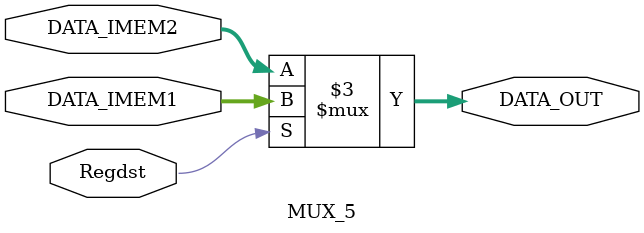
<source format=v>
`timescale 1ns/1ns

module MUX_5
(
	input [4:0]DATA_IMEM1,
	input [4:0]DATA_IMEM2,
	input Regdst,
	output reg [4:0]DATA_OUT
);

always @*
begin
	if (Regdst)
	begin
		DATA_OUT = DATA_IMEM1;
	end
	else
	begin
		DATA_OUT = DATA_IMEM2;
	end
end

endmodule
</source>
